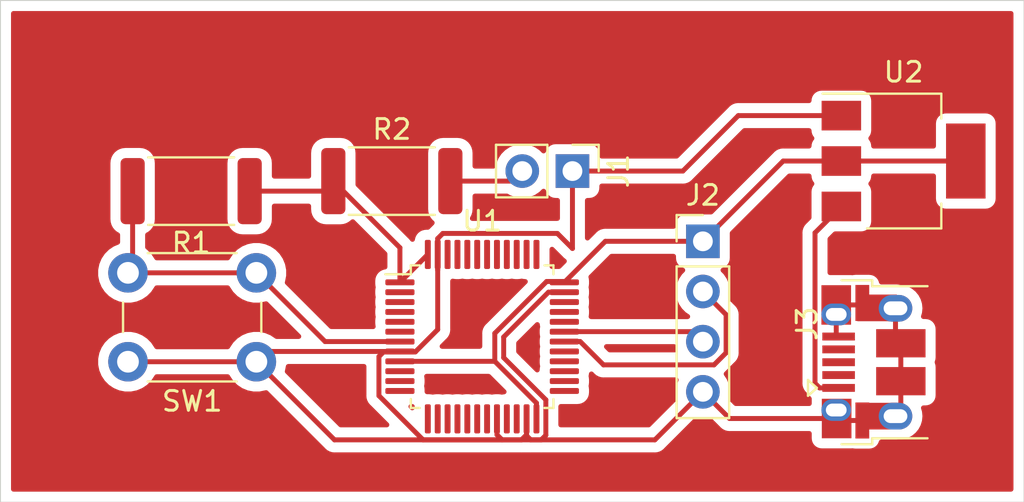
<source format=kicad_pcb>
(kicad_pcb (version 20171130) (host pcbnew "(5.1.9)-1")

  (general
    (thickness 1.6)
    (drawings 5)
    (tracks 92)
    (zones 0)
    (modules 8)
    (nets 46)
  )

  (page A4)
  (layers
    (0 F.Cu signal)
    (31 B.Cu signal)
    (32 B.Adhes user)
    (33 F.Adhes user)
    (34 B.Paste user)
    (35 F.Paste user)
    (36 B.SilkS user)
    (37 F.SilkS user)
    (38 B.Mask user)
    (39 F.Mask user)
    (40 Dwgs.User user)
    (41 Cmts.User user)
    (42 Eco1.User user)
    (43 Eco2.User user)
    (44 Edge.Cuts user)
    (45 Margin user)
    (46 B.CrtYd user)
    (47 F.CrtYd user)
    (48 B.Fab user)
    (49 F.Fab user)
  )

  (setup
    (last_trace_width 0.25)
    (user_trace_width 1.2)
    (trace_clearance 0.2)
    (zone_clearance 0.508)
    (zone_45_only no)
    (trace_min 0.2)
    (via_size 0.8)
    (via_drill 0.4)
    (via_min_size 0.4)
    (via_min_drill 0.3)
    (uvia_size 0.3)
    (uvia_drill 0.1)
    (uvias_allowed no)
    (uvia_min_size 0.2)
    (uvia_min_drill 0.1)
    (edge_width 0.05)
    (segment_width 0.2)
    (pcb_text_width 0.3)
    (pcb_text_size 1.5 1.5)
    (mod_edge_width 0.12)
    (mod_text_size 1 1)
    (mod_text_width 0.15)
    (pad_size 1.524 1.524)
    (pad_drill 0.762)
    (pad_to_mask_clearance 0)
    (aux_axis_origin 0 0)
    (visible_elements FFFFFF7F)
    (pcbplotparams
      (layerselection 0x010fc_ffffffff)
      (usegerberextensions false)
      (usegerberattributes true)
      (usegerberadvancedattributes true)
      (creategerberjobfile true)
      (excludeedgelayer true)
      (linewidth 0.100000)
      (plotframeref false)
      (viasonmask false)
      (mode 1)
      (useauxorigin false)
      (hpglpennumber 1)
      (hpglpenspeed 20)
      (hpglpendiameter 15.000000)
      (psnegative false)
      (psa4output false)
      (plotreference true)
      (plotvalue true)
      (plotinvisibletext false)
      (padsonsilk false)
      (subtractmaskfromsilk false)
      (outputformat 1)
      (mirror false)
      (drillshape 1)
      (scaleselection 1)
      (outputdirectory ""))
  )

  (net 0 "")
  (net 1 GND)
  (net 2 VDD)
  (net 3 "Net-(J3-Pad1)")
  (net 4 "Net-(J3-Pad2)")
  (net 5 "Net-(J3-Pad3)")
  (net 6 "Net-(J3-Pad4)")
  (net 7 "Net-(R1-Pad2)")
  (net 8 /BOOT0)
  (net 9 "Net-(U1-Pad2)")
  (net 10 "Net-(U1-Pad3)")
  (net 11 "Net-(U1-Pad4)")
  (net 12 "Net-(U1-Pad5)")
  (net 13 "Net-(U1-Pad6)")
  (net 14 "Net-(U1-Pad10)")
  (net 15 "Net-(U1-Pad11)")
  (net 16 "Net-(U1-Pad12)")
  (net 17 "Net-(U1-Pad13)")
  (net 18 "Net-(U1-Pad14)")
  (net 19 "Net-(U1-Pad15)")
  (net 20 "Net-(U1-Pad16)")
  (net 21 "Net-(U1-Pad17)")
  (net 22 "Net-(U1-Pad18)")
  (net 23 "Net-(U1-Pad19)")
  (net 24 "Net-(U1-Pad21)")
  (net 25 "Net-(U1-Pad22)")
  (net 26 "Net-(U1-Pad25)")
  (net 27 "Net-(U1-Pad26)")
  (net 28 "Net-(U1-Pad27)")
  (net 29 "Net-(U1-Pad28)")
  (net 30 "Net-(U1-Pad29)")
  (net 31 "Net-(J2-Pad2)")
  (net 32 "Net-(J2-Pad3)")
  (net 33 "Net-(U1-Pad32)")
  (net 34 "Net-(U1-Pad33)")
  (net 35 "Net-(U1-Pad34)")
  (net 36 "Net-(U1-Pad37)")
  (net 37 "Net-(U1-Pad38)")
  (net 38 "Net-(U1-Pad39)")
  (net 39 "Net-(U1-Pad40)")
  (net 40 "Net-(U1-Pad41)")
  (net 41 "Net-(U1-Pad42)")
  (net 42 "Net-(U1-Pad43)")
  (net 43 "Net-(U1-Pad44)")
  (net 44 "Net-(U1-Pad45)")
  (net 45 "Net-(U1-Pad46)")

  (net_class Default "This is the default net class."
    (clearance 0.2)
    (trace_width 0.25)
    (via_dia 0.8)
    (via_drill 0.4)
    (uvia_dia 0.3)
    (uvia_drill 0.1)
    (add_net /BOOT0)
    (add_net GND)
    (add_net "Net-(J2-Pad2)")
    (add_net "Net-(J2-Pad3)")
    (add_net "Net-(J3-Pad1)")
    (add_net "Net-(J3-Pad2)")
    (add_net "Net-(J3-Pad3)")
    (add_net "Net-(J3-Pad4)")
    (add_net "Net-(R1-Pad2)")
    (add_net "Net-(U1-Pad10)")
    (add_net "Net-(U1-Pad11)")
    (add_net "Net-(U1-Pad12)")
    (add_net "Net-(U1-Pad13)")
    (add_net "Net-(U1-Pad14)")
    (add_net "Net-(U1-Pad15)")
    (add_net "Net-(U1-Pad16)")
    (add_net "Net-(U1-Pad17)")
    (add_net "Net-(U1-Pad18)")
    (add_net "Net-(U1-Pad19)")
    (add_net "Net-(U1-Pad2)")
    (add_net "Net-(U1-Pad21)")
    (add_net "Net-(U1-Pad22)")
    (add_net "Net-(U1-Pad25)")
    (add_net "Net-(U1-Pad26)")
    (add_net "Net-(U1-Pad27)")
    (add_net "Net-(U1-Pad28)")
    (add_net "Net-(U1-Pad29)")
    (add_net "Net-(U1-Pad3)")
    (add_net "Net-(U1-Pad32)")
    (add_net "Net-(U1-Pad33)")
    (add_net "Net-(U1-Pad34)")
    (add_net "Net-(U1-Pad37)")
    (add_net "Net-(U1-Pad38)")
    (add_net "Net-(U1-Pad39)")
    (add_net "Net-(U1-Pad4)")
    (add_net "Net-(U1-Pad40)")
    (add_net "Net-(U1-Pad41)")
    (add_net "Net-(U1-Pad42)")
    (add_net "Net-(U1-Pad43)")
    (add_net "Net-(U1-Pad44)")
    (add_net "Net-(U1-Pad45)")
    (add_net "Net-(U1-Pad46)")
    (add_net "Net-(U1-Pad5)")
    (add_net "Net-(U1-Pad6)")
    (add_net VDD)
  )

  (module Connector_PinHeader_2.54mm:PinHeader_1x02_P2.54mm_Vertical (layer F.Cu) (tedit 59FED5CC) (tstamp 604ACF72)
    (at 116.332 81.788 270)
    (descr "Through hole straight pin header, 1x02, 2.54mm pitch, single row")
    (tags "Through hole pin header THT 1x02 2.54mm single row")
    (path /604C14AF)
    (fp_text reference J1 (at 0 -2.33 90) (layer F.SilkS)
      (effects (font (size 1 1) (thickness 0.15)))
    )
    (fp_text value Conn_01x02_Female (at 0 4.87 90) (layer F.Fab)
      (effects (font (size 1 1) (thickness 0.15)))
    )
    (fp_line (start 1.8 -1.8) (end -1.8 -1.8) (layer F.CrtYd) (width 0.05))
    (fp_line (start 1.8 4.35) (end 1.8 -1.8) (layer F.CrtYd) (width 0.05))
    (fp_line (start -1.8 4.35) (end 1.8 4.35) (layer F.CrtYd) (width 0.05))
    (fp_line (start -1.8 -1.8) (end -1.8 4.35) (layer F.CrtYd) (width 0.05))
    (fp_line (start -1.33 -1.33) (end 0 -1.33) (layer F.SilkS) (width 0.12))
    (fp_line (start -1.33 0) (end -1.33 -1.33) (layer F.SilkS) (width 0.12))
    (fp_line (start -1.33 1.27) (end 1.33 1.27) (layer F.SilkS) (width 0.12))
    (fp_line (start 1.33 1.27) (end 1.33 3.87) (layer F.SilkS) (width 0.12))
    (fp_line (start -1.33 1.27) (end -1.33 3.87) (layer F.SilkS) (width 0.12))
    (fp_line (start -1.33 3.87) (end 1.33 3.87) (layer F.SilkS) (width 0.12))
    (fp_line (start -1.27 -0.635) (end -0.635 -1.27) (layer F.Fab) (width 0.1))
    (fp_line (start -1.27 3.81) (end -1.27 -0.635) (layer F.Fab) (width 0.1))
    (fp_line (start 1.27 3.81) (end -1.27 3.81) (layer F.Fab) (width 0.1))
    (fp_line (start 1.27 -1.27) (end 1.27 3.81) (layer F.Fab) (width 0.1))
    (fp_line (start -0.635 -1.27) (end 1.27 -1.27) (layer F.Fab) (width 0.1))
    (fp_text user %R (at 0 1.27) (layer F.Fab)
      (effects (font (size 1 1) (thickness 0.15)))
    )
    (pad 1 thru_hole rect (at 0 0 270) (size 1.7 1.7) (drill 1) (layers *.Cu *.Mask)
      (net 1 GND))
    (pad 2 thru_hole oval (at 0 2.54 270) (size 1.7 1.7) (drill 1) (layers *.Cu *.Mask)
      (net 8 /BOOT0))
    (model ${KISYS3DMOD}/Connector_PinHeader_2.54mm.3dshapes/PinHeader_1x02_P2.54mm_Vertical.wrl
      (at (xyz 0 0 0))
      (scale (xyz 1 1 1))
      (rotate (xyz 0 0 0))
    )
  )

  (module Connector_PinHeader_2.54mm:PinHeader_1x04_P2.54mm_Vertical (layer F.Cu) (tedit 59FED5CC) (tstamp 604ACF8A)
    (at 122.936 85.344)
    (descr "Through hole straight pin header, 1x04, 2.54mm pitch, single row")
    (tags "Through hole pin header THT 1x04 2.54mm single row")
    (path /604C2D2C)
    (fp_text reference J2 (at 0 -2.33) (layer F.SilkS)
      (effects (font (size 1 1) (thickness 0.15)))
    )
    (fp_text value Conn_01x04_Female (at 0 9.95) (layer F.Fab)
      (effects (font (size 1 1) (thickness 0.15)))
    )
    (fp_line (start 1.8 -1.8) (end -1.8 -1.8) (layer F.CrtYd) (width 0.05))
    (fp_line (start 1.8 9.4) (end 1.8 -1.8) (layer F.CrtYd) (width 0.05))
    (fp_line (start -1.8 9.4) (end 1.8 9.4) (layer F.CrtYd) (width 0.05))
    (fp_line (start -1.8 -1.8) (end -1.8 9.4) (layer F.CrtYd) (width 0.05))
    (fp_line (start -1.33 -1.33) (end 0 -1.33) (layer F.SilkS) (width 0.12))
    (fp_line (start -1.33 0) (end -1.33 -1.33) (layer F.SilkS) (width 0.12))
    (fp_line (start -1.33 1.27) (end 1.33 1.27) (layer F.SilkS) (width 0.12))
    (fp_line (start 1.33 1.27) (end 1.33 8.95) (layer F.SilkS) (width 0.12))
    (fp_line (start -1.33 1.27) (end -1.33 8.95) (layer F.SilkS) (width 0.12))
    (fp_line (start -1.33 8.95) (end 1.33 8.95) (layer F.SilkS) (width 0.12))
    (fp_line (start -1.27 -0.635) (end -0.635 -1.27) (layer F.Fab) (width 0.1))
    (fp_line (start -1.27 8.89) (end -1.27 -0.635) (layer F.Fab) (width 0.1))
    (fp_line (start 1.27 8.89) (end -1.27 8.89) (layer F.Fab) (width 0.1))
    (fp_line (start 1.27 -1.27) (end 1.27 8.89) (layer F.Fab) (width 0.1))
    (fp_line (start -0.635 -1.27) (end 1.27 -1.27) (layer F.Fab) (width 0.1))
    (fp_text user %R (at 0 3.81 90) (layer F.Fab)
      (effects (font (size 1 1) (thickness 0.15)))
    )
    (pad 1 thru_hole rect (at 0 0) (size 1.7 1.7) (drill 1) (layers *.Cu *.Mask)
      (net 2 VDD))
    (pad 2 thru_hole oval (at 0 2.54) (size 1.7 1.7) (drill 1) (layers *.Cu *.Mask)
      (net 31 "Net-(J2-Pad2)"))
    (pad 3 thru_hole oval (at 0 5.08) (size 1.7 1.7) (drill 1) (layers *.Cu *.Mask)
      (net 32 "Net-(J2-Pad3)"))
    (pad 4 thru_hole oval (at 0 7.62) (size 1.7 1.7) (drill 1) (layers *.Cu *.Mask)
      (net 1 GND))
    (model ${KISYS3DMOD}/Connector_PinHeader_2.54mm.3dshapes/PinHeader_1x04_P2.54mm_Vertical.wrl
      (at (xyz 0 0 0))
      (scale (xyz 1 1 1))
      (rotate (xyz 0 0 0))
    )
  )

  (module Connector_USB:USB_Micro-B_Amphenol_10103594-0001LF_Horizontal (layer F.Cu) (tedit 5A1DC0BD) (tstamp 604ACFB4)
    (at 131.572 91.44 90)
    (descr "Micro USB Type B 10103594-0001LF, http://cdn.amphenol-icc.com/media/wysiwyg/files/drawing/10103594.pdf")
    (tags "USB USB_B USB_micro USB_OTG")
    (path /604AFB10)
    (attr smd)
    (fp_text reference J3 (at 1.925 -3.365 90) (layer F.SilkS)
      (effects (font (size 1 1) (thickness 0.15)))
    )
    (fp_text value USB_B_Micro (at -0.025 4.435 90) (layer F.Fab)
      (effects (font (size 1 1) (thickness 0.15)))
    )
    (fp_line (start 4.14 3.58) (end -4.13 3.58) (layer F.CrtYd) (width 0.05))
    (fp_line (start 4.14 3.58) (end 4.14 -2.88) (layer F.CrtYd) (width 0.05))
    (fp_line (start -4.13 -2.88) (end -4.13 3.58) (layer F.CrtYd) (width 0.05))
    (fp_line (start -4.13 -2.88) (end 4.14 -2.88) (layer F.CrtYd) (width 0.05))
    (fp_line (start -4.025 2.835) (end 3.975 2.835) (layer Dwgs.User) (width 0.1))
    (fp_line (start -3.775 3.335) (end -3.775 -0.865) (layer F.Fab) (width 0.12))
    (fp_line (start -2.975 -1.615) (end 3.725 -1.615) (layer F.Fab) (width 0.12))
    (fp_line (start 3.725 -1.615) (end 3.725 3.335) (layer F.Fab) (width 0.12))
    (fp_line (start 3.725 3.335) (end -3.775 3.335) (layer F.Fab) (width 0.12))
    (fp_line (start -3.775 -0.865) (end -2.975 -1.615) (layer F.Fab) (width 0.12))
    (fp_line (start -1.325 -2.865) (end -1.725 -3.315) (layer F.SilkS) (width 0.12))
    (fp_line (start -1.725 -3.315) (end -0.925 -3.315) (layer F.SilkS) (width 0.12))
    (fp_line (start -0.925 -3.315) (end -1.325 -2.865) (layer F.SilkS) (width 0.12))
    (fp_line (start 3.825 2.735) (end 3.825 -0.065) (layer F.SilkS) (width 0.12))
    (fp_line (start 3.825 -0.065) (end 4.125 -0.065) (layer F.SilkS) (width 0.12))
    (fp_line (start 4.125 -0.065) (end 4.125 -1.615) (layer F.SilkS) (width 0.12))
    (fp_line (start -3.875 2.735) (end -3.875 -0.065) (layer F.SilkS) (width 0.12))
    (fp_line (start -4.175 -0.065) (end -3.875 -0.065) (layer F.SilkS) (width 0.12))
    (fp_line (start -4.175 -0.065) (end -4.175 -1.615) (layer F.SilkS) (width 0.12))
    (fp_text user "PCB edge" (at -0.025 2.235 90) (layer Dwgs.User)
      (effects (font (size 0.5 0.5) (thickness 0.075)))
    )
    (fp_text user %R (at -0.025 -0.015 90) (layer F.Fab)
      (effects (font (size 1 1) (thickness 0.15)))
    )
    (pad 6 smd rect (at 2.725 0.185 90) (size 1.35 2) (layers F.Cu F.Paste F.Mask)
      (net 1 GND))
    (pad 6 smd rect (at -2.755 0.185 90) (size 1.35 2) (layers F.Cu F.Paste F.Mask)
      (net 1 GND))
    (pad 6 smd rect (at -2.975 -0.565 90) (size 1.825 0.7) (layers F.Cu F.Paste F.Mask)
      (net 1 GND))
    (pad 6 smd rect (at 2.975 -0.565 90) (size 1.825 0.7) (layers F.Cu F.Paste F.Mask)
      (net 1 GND))
    (pad 6 smd rect (at -2.875 -1.865 90) (size 2 1.5) (layers F.Cu F.Paste F.Mask)
      (net 1 GND))
    (pad 6 smd rect (at 2.875 -1.885 90) (size 2 1.5) (layers F.Cu F.Paste F.Mask)
      (net 1 GND))
    (pad 1 smd rect (at -1.325 -1.765 180) (size 1.65 0.4) (layers F.Cu F.Paste F.Mask)
      (net 3 "Net-(J3-Pad1)"))
    (pad 2 smd rect (at -0.675 -1.765 180) (size 1.65 0.4) (layers F.Cu F.Paste F.Mask)
      (net 4 "Net-(J3-Pad2)"))
    (pad 3 smd rect (at -0.025 -1.765 180) (size 1.65 0.4) (layers F.Cu F.Paste F.Mask)
      (net 5 "Net-(J3-Pad3)"))
    (pad 4 smd rect (at 0.625 -1.765 180) (size 1.65 0.4) (layers F.Cu F.Paste F.Mask)
      (net 6 "Net-(J3-Pad4)"))
    (pad 5 smd rect (at 1.275 -1.765 180) (size 1.65 0.4) (layers F.Cu F.Paste F.Mask)
      (net 1 GND))
    (pad 6 thru_hole oval (at -2.445 -1.885 180) (size 1.5 1.1) (drill oval 1.05 0.65) (layers *.Cu *.Mask)
      (net 1 GND))
    (pad 6 thru_hole oval (at 2.395 -1.885 180) (size 1.5 1.1) (drill oval 1.05 0.65) (layers *.Cu *.Mask)
      (net 1 GND))
    (pad 6 thru_hole oval (at -2.755 1.115 180) (size 1.7 1.35) (drill oval 1.2 0.7) (layers *.Cu *.Mask)
      (net 1 GND))
    (pad 6 thru_hole oval (at 2.705 1.115 180) (size 1.7 1.35) (drill oval 1.2 0.7) (layers *.Cu *.Mask)
      (net 1 GND))
    (pad 6 smd rect (at -0.985 1.385 180) (size 2.5 1.43) (layers F.Cu F.Paste F.Mask)
      (net 1 GND))
    (pad 6 smd rect (at 0.935 1.385 180) (size 2.5 1.43) (layers F.Cu F.Paste F.Mask)
      (net 1 GND))
    (model ${KISYS3DMOD}/Connector_USB.3dshapes/USB_Micro-B_Amphenol_10103594-0001LF_Horizontal.wrl
      (at (xyz 0 0 0))
      (scale (xyz 1 1 1))
      (rotate (xyz 0 0 0))
    )
  )

  (module Resistor_SMD:R_2512_6332Metric (layer F.Cu) (tedit 5F68FEEE) (tstamp 604ACFC5)
    (at 97.028 82.804 180)
    (descr "Resistor SMD 2512 (6332 Metric), square (rectangular) end terminal, IPC_7351 nominal, (Body size source: IPC-SM-782 page 72, https://www.pcb-3d.com/wordpress/wp-content/uploads/ipc-sm-782a_amendment_1_and_2.pdf), generated with kicad-footprint-generator")
    (tags resistor)
    (path /604AA8B1)
    (attr smd)
    (fp_text reference R1 (at 0 -2.62) (layer F.SilkS)
      (effects (font (size 1 1) (thickness 0.15)))
    )
    (fp_text value 4k7 (at 0 2.62) (layer F.Fab)
      (effects (font (size 1 1) (thickness 0.15)))
    )
    (fp_line (start 3.82 1.92) (end -3.82 1.92) (layer F.CrtYd) (width 0.05))
    (fp_line (start 3.82 -1.92) (end 3.82 1.92) (layer F.CrtYd) (width 0.05))
    (fp_line (start -3.82 -1.92) (end 3.82 -1.92) (layer F.CrtYd) (width 0.05))
    (fp_line (start -3.82 1.92) (end -3.82 -1.92) (layer F.CrtYd) (width 0.05))
    (fp_line (start -2.177064 1.71) (end 2.177064 1.71) (layer F.SilkS) (width 0.12))
    (fp_line (start -2.177064 -1.71) (end 2.177064 -1.71) (layer F.SilkS) (width 0.12))
    (fp_line (start 3.15 1.6) (end -3.15 1.6) (layer F.Fab) (width 0.1))
    (fp_line (start 3.15 -1.6) (end 3.15 1.6) (layer F.Fab) (width 0.1))
    (fp_line (start -3.15 -1.6) (end 3.15 -1.6) (layer F.Fab) (width 0.1))
    (fp_line (start -3.15 1.6) (end -3.15 -1.6) (layer F.Fab) (width 0.1))
    (fp_text user %R (at 0 0) (layer F.Fab)
      (effects (font (size 1 1) (thickness 0.15)))
    )
    (pad 1 smd roundrect (at -2.9625 0 180) (size 1.225 3.35) (layers F.Cu F.Paste F.Mask) (roundrect_rratio 0.204082)
      (net 2 VDD))
    (pad 2 smd roundrect (at 2.9625 0 180) (size 1.225 3.35) (layers F.Cu F.Paste F.Mask) (roundrect_rratio 0.204082)
      (net 7 "Net-(R1-Pad2)"))
    (model ${KISYS3DMOD}/Resistor_SMD.3dshapes/R_2512_6332Metric.wrl
      (at (xyz 0 0 0))
      (scale (xyz 1 1 1))
      (rotate (xyz 0 0 0))
    )
  )

  (module Resistor_SMD:R_2512_6332Metric (layer F.Cu) (tedit 5F68FEEE) (tstamp 604AD524)
    (at 107.188 82.296)
    (descr "Resistor SMD 2512 (6332 Metric), square (rectangular) end terminal, IPC_7351 nominal, (Body size source: IPC-SM-782 page 72, https://www.pcb-3d.com/wordpress/wp-content/uploads/ipc-sm-782a_amendment_1_and_2.pdf), generated with kicad-footprint-generator")
    (tags resistor)
    (path /604AB027)
    (attr smd)
    (fp_text reference R2 (at 0 -2.62) (layer F.SilkS)
      (effects (font (size 1 1) (thickness 0.15)))
    )
    (fp_text value 4k7 (at 0 2.62) (layer F.Fab)
      (effects (font (size 1 1) (thickness 0.15)))
    )
    (fp_text user %R (at 0 -0.035001) (layer F.Fab)
      (effects (font (size 1 1) (thickness 0.15)))
    )
    (fp_line (start -3.15 1.6) (end -3.15 -1.6) (layer F.Fab) (width 0.1))
    (fp_line (start -3.15 -1.6) (end 3.15 -1.6) (layer F.Fab) (width 0.1))
    (fp_line (start 3.15 -1.6) (end 3.15 1.6) (layer F.Fab) (width 0.1))
    (fp_line (start 3.15 1.6) (end -3.15 1.6) (layer F.Fab) (width 0.1))
    (fp_line (start -2.177064 -1.71) (end 2.177064 -1.71) (layer F.SilkS) (width 0.12))
    (fp_line (start -2.177064 1.71) (end 2.177064 1.71) (layer F.SilkS) (width 0.12))
    (fp_line (start -3.82 1.92) (end -3.82 -1.92) (layer F.CrtYd) (width 0.05))
    (fp_line (start -3.82 -1.92) (end 3.82 -1.92) (layer F.CrtYd) (width 0.05))
    (fp_line (start 3.82 -1.92) (end 3.82 1.92) (layer F.CrtYd) (width 0.05))
    (fp_line (start 3.82 1.92) (end -3.82 1.92) (layer F.CrtYd) (width 0.05))
    (pad 2 smd roundrect (at 2.9625 0) (size 1.225 3.35) (layers F.Cu F.Paste F.Mask) (roundrect_rratio 0.204082)
      (net 8 /BOOT0))
    (pad 1 smd roundrect (at -2.9625 0) (size 1.225 3.35) (layers F.Cu F.Paste F.Mask) (roundrect_rratio 0.204082)
      (net 2 VDD))
    (model ${KISYS3DMOD}/Resistor_SMD.3dshapes/R_2512_6332Metric.wrl
      (at (xyz 0 0 0))
      (scale (xyz 1 1 1))
      (rotate (xyz 0 0 0))
    )
  )

  (module Button_Switch_THT:SW_PUSH_6mm_H4.3mm (layer F.Cu) (tedit 5A02FE31) (tstamp 604ACFF5)
    (at 100.33 91.44 180)
    (descr "tactile push button, 6x6mm e.g. PHAP33xx series, height=4.3mm")
    (tags "tact sw push 6mm")
    (path /604A9EAB)
    (fp_text reference SW1 (at 3.25 -2) (layer F.SilkS)
      (effects (font (size 1 1) (thickness 0.15)))
    )
    (fp_text value SW_Push (at 3.75 6.7) (layer F.Fab)
      (effects (font (size 1 1) (thickness 0.15)))
    )
    (fp_circle (center 3.25 2.25) (end 1.25 2.5) (layer F.Fab) (width 0.1))
    (fp_line (start 6.75 3) (end 6.75 1.5) (layer F.SilkS) (width 0.12))
    (fp_line (start 5.5 -1) (end 1 -1) (layer F.SilkS) (width 0.12))
    (fp_line (start -0.25 1.5) (end -0.25 3) (layer F.SilkS) (width 0.12))
    (fp_line (start 1 5.5) (end 5.5 5.5) (layer F.SilkS) (width 0.12))
    (fp_line (start 8 -1.25) (end 8 5.75) (layer F.CrtYd) (width 0.05))
    (fp_line (start 7.75 6) (end -1.25 6) (layer F.CrtYd) (width 0.05))
    (fp_line (start -1.5 5.75) (end -1.5 -1.25) (layer F.CrtYd) (width 0.05))
    (fp_line (start -1.25 -1.5) (end 7.75 -1.5) (layer F.CrtYd) (width 0.05))
    (fp_line (start -1.5 6) (end -1.25 6) (layer F.CrtYd) (width 0.05))
    (fp_line (start -1.5 5.75) (end -1.5 6) (layer F.CrtYd) (width 0.05))
    (fp_line (start -1.5 -1.5) (end -1.25 -1.5) (layer F.CrtYd) (width 0.05))
    (fp_line (start -1.5 -1.25) (end -1.5 -1.5) (layer F.CrtYd) (width 0.05))
    (fp_line (start 8 -1.5) (end 8 -1.25) (layer F.CrtYd) (width 0.05))
    (fp_line (start 7.75 -1.5) (end 8 -1.5) (layer F.CrtYd) (width 0.05))
    (fp_line (start 8 6) (end 8 5.75) (layer F.CrtYd) (width 0.05))
    (fp_line (start 7.75 6) (end 8 6) (layer F.CrtYd) (width 0.05))
    (fp_line (start 0.25 -0.75) (end 3.25 -0.75) (layer F.Fab) (width 0.1))
    (fp_line (start 0.25 5.25) (end 0.25 -0.75) (layer F.Fab) (width 0.1))
    (fp_line (start 6.25 5.25) (end 0.25 5.25) (layer F.Fab) (width 0.1))
    (fp_line (start 6.25 -0.75) (end 6.25 5.25) (layer F.Fab) (width 0.1))
    (fp_line (start 3.25 -0.75) (end 6.25 -0.75) (layer F.Fab) (width 0.1))
    (fp_text user %R (at 3.25 2.25) (layer F.Fab)
      (effects (font (size 1 1) (thickness 0.15)))
    )
    (pad 2 thru_hole circle (at 0 4.5 270) (size 2 2) (drill 1.1) (layers *.Cu *.Mask)
      (net 7 "Net-(R1-Pad2)"))
    (pad 1 thru_hole circle (at 0 0 270) (size 2 2) (drill 1.1) (layers *.Cu *.Mask)
      (net 1 GND))
    (pad 2 thru_hole circle (at 6.5 4.5 270) (size 2 2) (drill 1.1) (layers *.Cu *.Mask)
      (net 7 "Net-(R1-Pad2)"))
    (pad 1 thru_hole circle (at 6.5 0 270) (size 2 2) (drill 1.1) (layers *.Cu *.Mask)
      (net 1 GND))
    (model ${KISYS3DMOD}/Button_Switch_THT.3dshapes/SW_PUSH_6mm_H4.3mm.wrl
      (at (xyz 0 0 0))
      (scale (xyz 1 1 1))
      (rotate (xyz 0 0 0))
    )
  )

  (module Package_QFP:LQFP-48_7x7mm_P0.5mm (layer F.Cu) (tedit 5D9F72AF) (tstamp 604AD050)
    (at 111.76 90.17)
    (descr "LQFP, 48 Pin (https://www.analog.com/media/en/technical-documentation/data-sheets/ltc2358-16.pdf), generated with kicad-footprint-generator ipc_gullwing_generator.py")
    (tags "LQFP QFP")
    (path /604A4761)
    (attr smd)
    (fp_text reference U1 (at 0 -5.85) (layer F.SilkS)
      (effects (font (size 1 1) (thickness 0.15)))
    )
    (fp_text value STM32F103C8Tx (at 0 5.85) (layer F.Fab)
      (effects (font (size 1 1) (thickness 0.15)))
    )
    (fp_line (start 5.15 3.15) (end 5.15 0) (layer F.CrtYd) (width 0.05))
    (fp_line (start 3.75 3.15) (end 5.15 3.15) (layer F.CrtYd) (width 0.05))
    (fp_line (start 3.75 3.75) (end 3.75 3.15) (layer F.CrtYd) (width 0.05))
    (fp_line (start 3.15 3.75) (end 3.75 3.75) (layer F.CrtYd) (width 0.05))
    (fp_line (start 3.15 5.15) (end 3.15 3.75) (layer F.CrtYd) (width 0.05))
    (fp_line (start 0 5.15) (end 3.15 5.15) (layer F.CrtYd) (width 0.05))
    (fp_line (start -5.15 3.15) (end -5.15 0) (layer F.CrtYd) (width 0.05))
    (fp_line (start -3.75 3.15) (end -5.15 3.15) (layer F.CrtYd) (width 0.05))
    (fp_line (start -3.75 3.75) (end -3.75 3.15) (layer F.CrtYd) (width 0.05))
    (fp_line (start -3.15 3.75) (end -3.75 3.75) (layer F.CrtYd) (width 0.05))
    (fp_line (start -3.15 5.15) (end -3.15 3.75) (layer F.CrtYd) (width 0.05))
    (fp_line (start 0 5.15) (end -3.15 5.15) (layer F.CrtYd) (width 0.05))
    (fp_line (start 5.15 -3.15) (end 5.15 0) (layer F.CrtYd) (width 0.05))
    (fp_line (start 3.75 -3.15) (end 5.15 -3.15) (layer F.CrtYd) (width 0.05))
    (fp_line (start 3.75 -3.75) (end 3.75 -3.15) (layer F.CrtYd) (width 0.05))
    (fp_line (start 3.15 -3.75) (end 3.75 -3.75) (layer F.CrtYd) (width 0.05))
    (fp_line (start 3.15 -5.15) (end 3.15 -3.75) (layer F.CrtYd) (width 0.05))
    (fp_line (start 0 -5.15) (end 3.15 -5.15) (layer F.CrtYd) (width 0.05))
    (fp_line (start -5.15 -3.15) (end -5.15 0) (layer F.CrtYd) (width 0.05))
    (fp_line (start -3.75 -3.15) (end -5.15 -3.15) (layer F.CrtYd) (width 0.05))
    (fp_line (start -3.75 -3.75) (end -3.75 -3.15) (layer F.CrtYd) (width 0.05))
    (fp_line (start -3.15 -3.75) (end -3.75 -3.75) (layer F.CrtYd) (width 0.05))
    (fp_line (start -3.15 -5.15) (end -3.15 -3.75) (layer F.CrtYd) (width 0.05))
    (fp_line (start 0 -5.15) (end -3.15 -5.15) (layer F.CrtYd) (width 0.05))
    (fp_line (start -3.5 -2.5) (end -2.5 -3.5) (layer F.Fab) (width 0.1))
    (fp_line (start -3.5 3.5) (end -3.5 -2.5) (layer F.Fab) (width 0.1))
    (fp_line (start 3.5 3.5) (end -3.5 3.5) (layer F.Fab) (width 0.1))
    (fp_line (start 3.5 -3.5) (end 3.5 3.5) (layer F.Fab) (width 0.1))
    (fp_line (start -2.5 -3.5) (end 3.5 -3.5) (layer F.Fab) (width 0.1))
    (fp_line (start -3.61 -3.16) (end -4.9 -3.16) (layer F.SilkS) (width 0.12))
    (fp_line (start -3.61 -3.61) (end -3.61 -3.16) (layer F.SilkS) (width 0.12))
    (fp_line (start -3.16 -3.61) (end -3.61 -3.61) (layer F.SilkS) (width 0.12))
    (fp_line (start 3.61 -3.61) (end 3.61 -3.16) (layer F.SilkS) (width 0.12))
    (fp_line (start 3.16 -3.61) (end 3.61 -3.61) (layer F.SilkS) (width 0.12))
    (fp_line (start -3.61 3.61) (end -3.61 3.16) (layer F.SilkS) (width 0.12))
    (fp_line (start -3.16 3.61) (end -3.61 3.61) (layer F.SilkS) (width 0.12))
    (fp_line (start 3.61 3.61) (end 3.61 3.16) (layer F.SilkS) (width 0.12))
    (fp_line (start 3.16 3.61) (end 3.61 3.61) (layer F.SilkS) (width 0.12))
    (fp_text user %R (at 0 0) (layer F.Fab)
      (effects (font (size 1 1) (thickness 0.15)))
    )
    (pad 1 smd roundrect (at -4.1625 -2.75) (size 1.475 0.3) (layers F.Cu F.Paste F.Mask) (roundrect_rratio 0.25)
      (net 2 VDD))
    (pad 2 smd roundrect (at -4.1625 -2.25) (size 1.475 0.3) (layers F.Cu F.Paste F.Mask) (roundrect_rratio 0.25)
      (net 9 "Net-(U1-Pad2)"))
    (pad 3 smd roundrect (at -4.1625 -1.75) (size 1.475 0.3) (layers F.Cu F.Paste F.Mask) (roundrect_rratio 0.25)
      (net 10 "Net-(U1-Pad3)"))
    (pad 4 smd roundrect (at -4.1625 -1.25) (size 1.475 0.3) (layers F.Cu F.Paste F.Mask) (roundrect_rratio 0.25)
      (net 11 "Net-(U1-Pad4)"))
    (pad 5 smd roundrect (at -4.1625 -0.75) (size 1.475 0.3) (layers F.Cu F.Paste F.Mask) (roundrect_rratio 0.25)
      (net 12 "Net-(U1-Pad5)"))
    (pad 6 smd roundrect (at -4.1625 -0.25) (size 1.475 0.3) (layers F.Cu F.Paste F.Mask) (roundrect_rratio 0.25)
      (net 13 "Net-(U1-Pad6)"))
    (pad 7 smd roundrect (at -4.1625 0.25) (size 1.475 0.3) (layers F.Cu F.Paste F.Mask) (roundrect_rratio 0.25)
      (net 7 "Net-(R1-Pad2)"))
    (pad 8 smd roundrect (at -4.1625 0.75) (size 1.475 0.3) (layers F.Cu F.Paste F.Mask) (roundrect_rratio 0.25)
      (net 1 GND))
    (pad 9 smd roundrect (at -4.1625 1.25) (size 1.475 0.3) (layers F.Cu F.Paste F.Mask) (roundrect_rratio 0.25)
      (net 2 VDD))
    (pad 10 smd roundrect (at -4.1625 1.75) (size 1.475 0.3) (layers F.Cu F.Paste F.Mask) (roundrect_rratio 0.25)
      (net 14 "Net-(U1-Pad10)"))
    (pad 11 smd roundrect (at -4.1625 2.25) (size 1.475 0.3) (layers F.Cu F.Paste F.Mask) (roundrect_rratio 0.25)
      (net 15 "Net-(U1-Pad11)"))
    (pad 12 smd roundrect (at -4.1625 2.75) (size 1.475 0.3) (layers F.Cu F.Paste F.Mask) (roundrect_rratio 0.25)
      (net 16 "Net-(U1-Pad12)"))
    (pad 13 smd roundrect (at -2.75 4.1625) (size 0.3 1.475) (layers F.Cu F.Paste F.Mask) (roundrect_rratio 0.25)
      (net 17 "Net-(U1-Pad13)"))
    (pad 14 smd roundrect (at -2.25 4.1625) (size 0.3 1.475) (layers F.Cu F.Paste F.Mask) (roundrect_rratio 0.25)
      (net 18 "Net-(U1-Pad14)"))
    (pad 15 smd roundrect (at -1.75 4.1625) (size 0.3 1.475) (layers F.Cu F.Paste F.Mask) (roundrect_rratio 0.25)
      (net 19 "Net-(U1-Pad15)"))
    (pad 16 smd roundrect (at -1.25 4.1625) (size 0.3 1.475) (layers F.Cu F.Paste F.Mask) (roundrect_rratio 0.25)
      (net 20 "Net-(U1-Pad16)"))
    (pad 17 smd roundrect (at -0.75 4.1625) (size 0.3 1.475) (layers F.Cu F.Paste F.Mask) (roundrect_rratio 0.25)
      (net 21 "Net-(U1-Pad17)"))
    (pad 18 smd roundrect (at -0.25 4.1625) (size 0.3 1.475) (layers F.Cu F.Paste F.Mask) (roundrect_rratio 0.25)
      (net 22 "Net-(U1-Pad18)"))
    (pad 19 smd roundrect (at 0.25 4.1625) (size 0.3 1.475) (layers F.Cu F.Paste F.Mask) (roundrect_rratio 0.25)
      (net 23 "Net-(U1-Pad19)"))
    (pad 20 smd roundrect (at 0.75 4.1625) (size 0.3 1.475) (layers F.Cu F.Paste F.Mask) (roundrect_rratio 0.25)
      (net 1 GND))
    (pad 21 smd roundrect (at 1.25 4.1625) (size 0.3 1.475) (layers F.Cu F.Paste F.Mask) (roundrect_rratio 0.25)
      (net 24 "Net-(U1-Pad21)"))
    (pad 22 smd roundrect (at 1.75 4.1625) (size 0.3 1.475) (layers F.Cu F.Paste F.Mask) (roundrect_rratio 0.25)
      (net 25 "Net-(U1-Pad22)"))
    (pad 23 smd roundrect (at 2.25 4.1625) (size 0.3 1.475) (layers F.Cu F.Paste F.Mask) (roundrect_rratio 0.25)
      (net 1 GND))
    (pad 24 smd roundrect (at 2.75 4.1625) (size 0.3 1.475) (layers F.Cu F.Paste F.Mask) (roundrect_rratio 0.25)
      (net 2 VDD))
    (pad 25 smd roundrect (at 4.1625 2.75) (size 1.475 0.3) (layers F.Cu F.Paste F.Mask) (roundrect_rratio 0.25)
      (net 26 "Net-(U1-Pad25)"))
    (pad 26 smd roundrect (at 4.1625 2.25) (size 1.475 0.3) (layers F.Cu F.Paste F.Mask) (roundrect_rratio 0.25)
      (net 27 "Net-(U1-Pad26)"))
    (pad 27 smd roundrect (at 4.1625 1.75) (size 1.475 0.3) (layers F.Cu F.Paste F.Mask) (roundrect_rratio 0.25)
      (net 28 "Net-(U1-Pad27)"))
    (pad 28 smd roundrect (at 4.1625 1.25) (size 1.475 0.3) (layers F.Cu F.Paste F.Mask) (roundrect_rratio 0.25)
      (net 29 "Net-(U1-Pad28)"))
    (pad 29 smd roundrect (at 4.1625 0.75) (size 1.475 0.3) (layers F.Cu F.Paste F.Mask) (roundrect_rratio 0.25)
      (net 30 "Net-(U1-Pad29)"))
    (pad 30 smd roundrect (at 4.1625 0.25) (size 1.475 0.3) (layers F.Cu F.Paste F.Mask) (roundrect_rratio 0.25)
      (net 31 "Net-(J2-Pad2)"))
    (pad 31 smd roundrect (at 4.1625 -0.25) (size 1.475 0.3) (layers F.Cu F.Paste F.Mask) (roundrect_rratio 0.25)
      (net 32 "Net-(J2-Pad3)"))
    (pad 32 smd roundrect (at 4.1625 -0.75) (size 1.475 0.3) (layers F.Cu F.Paste F.Mask) (roundrect_rratio 0.25)
      (net 33 "Net-(U1-Pad32)"))
    (pad 33 smd roundrect (at 4.1625 -1.25) (size 1.475 0.3) (layers F.Cu F.Paste F.Mask) (roundrect_rratio 0.25)
      (net 34 "Net-(U1-Pad33)"))
    (pad 34 smd roundrect (at 4.1625 -1.75) (size 1.475 0.3) (layers F.Cu F.Paste F.Mask) (roundrect_rratio 0.25)
      (net 35 "Net-(U1-Pad34)"))
    (pad 35 smd roundrect (at 4.1625 -2.25) (size 1.475 0.3) (layers F.Cu F.Paste F.Mask) (roundrect_rratio 0.25)
      (net 1 GND))
    (pad 36 smd roundrect (at 4.1625 -2.75) (size 1.475 0.3) (layers F.Cu F.Paste F.Mask) (roundrect_rratio 0.25)
      (net 2 VDD))
    (pad 37 smd roundrect (at 2.75 -4.1625) (size 0.3 1.475) (layers F.Cu F.Paste F.Mask) (roundrect_rratio 0.25)
      (net 36 "Net-(U1-Pad37)"))
    (pad 38 smd roundrect (at 2.25 -4.1625) (size 0.3 1.475) (layers F.Cu F.Paste F.Mask) (roundrect_rratio 0.25)
      (net 37 "Net-(U1-Pad38)"))
    (pad 39 smd roundrect (at 1.75 -4.1625) (size 0.3 1.475) (layers F.Cu F.Paste F.Mask) (roundrect_rratio 0.25)
      (net 38 "Net-(U1-Pad39)"))
    (pad 40 smd roundrect (at 1.25 -4.1625) (size 0.3 1.475) (layers F.Cu F.Paste F.Mask) (roundrect_rratio 0.25)
      (net 39 "Net-(U1-Pad40)"))
    (pad 41 smd roundrect (at 0.75 -4.1625) (size 0.3 1.475) (layers F.Cu F.Paste F.Mask) (roundrect_rratio 0.25)
      (net 40 "Net-(U1-Pad41)"))
    (pad 42 smd roundrect (at 0.25 -4.1625) (size 0.3 1.475) (layers F.Cu F.Paste F.Mask) (roundrect_rratio 0.25)
      (net 41 "Net-(U1-Pad42)"))
    (pad 43 smd roundrect (at -0.25 -4.1625) (size 0.3 1.475) (layers F.Cu F.Paste F.Mask) (roundrect_rratio 0.25)
      (net 42 "Net-(U1-Pad43)"))
    (pad 44 smd roundrect (at -0.75 -4.1625) (size 0.3 1.475) (layers F.Cu F.Paste F.Mask) (roundrect_rratio 0.25)
      (net 43 "Net-(U1-Pad44)"))
    (pad 45 smd roundrect (at -1.25 -4.1625) (size 0.3 1.475) (layers F.Cu F.Paste F.Mask) (roundrect_rratio 0.25)
      (net 44 "Net-(U1-Pad45)"))
    (pad 46 smd roundrect (at -1.75 -4.1625) (size 0.3 1.475) (layers F.Cu F.Paste F.Mask) (roundrect_rratio 0.25)
      (net 45 "Net-(U1-Pad46)"))
    (pad 47 smd roundrect (at -2.25 -4.1625) (size 0.3 1.475) (layers F.Cu F.Paste F.Mask) (roundrect_rratio 0.25)
      (net 1 GND))
    (pad 48 smd roundrect (at -2.75 -4.1625) (size 0.3 1.475) (layers F.Cu F.Paste F.Mask) (roundrect_rratio 0.25)
      (net 2 VDD))
    (model ${KISYS3DMOD}/Package_QFP.3dshapes/LQFP-48_7x7mm_P0.5mm.wrl
      (at (xyz 0 0 0))
      (scale (xyz 1 1 1))
      (rotate (xyz 0 0 0))
    )
  )

  (module Package_TO_SOT_SMD:SOT-223-3_TabPin2 (layer F.Cu) (tedit 5A02FF57) (tstamp 604AD066)
    (at 133.096 81.28)
    (descr "module CMS SOT223 4 pins")
    (tags "CMS SOT")
    (path /604B0C34)
    (attr smd)
    (fp_text reference U2 (at 0 -4.5) (layer F.SilkS)
      (effects (font (size 1 1) (thickness 0.15)))
    )
    (fp_text value AMS1117-3.3 (at 0 4.5) (layer F.Fab)
      (effects (font (size 1 1) (thickness 0.15)))
    )
    (fp_line (start 1.85 -3.35) (end 1.85 3.35) (layer F.Fab) (width 0.1))
    (fp_line (start -1.85 3.35) (end 1.85 3.35) (layer F.Fab) (width 0.1))
    (fp_line (start -4.1 -3.41) (end 1.91 -3.41) (layer F.SilkS) (width 0.12))
    (fp_line (start -0.85 -3.35) (end 1.85 -3.35) (layer F.Fab) (width 0.1))
    (fp_line (start -1.85 3.41) (end 1.91 3.41) (layer F.SilkS) (width 0.12))
    (fp_line (start -1.85 -2.35) (end -1.85 3.35) (layer F.Fab) (width 0.1))
    (fp_line (start -1.85 -2.35) (end -0.85 -3.35) (layer F.Fab) (width 0.1))
    (fp_line (start -4.4 -3.6) (end -4.4 3.6) (layer F.CrtYd) (width 0.05))
    (fp_line (start -4.4 3.6) (end 4.4 3.6) (layer F.CrtYd) (width 0.05))
    (fp_line (start 4.4 3.6) (end 4.4 -3.6) (layer F.CrtYd) (width 0.05))
    (fp_line (start 4.4 -3.6) (end -4.4 -3.6) (layer F.CrtYd) (width 0.05))
    (fp_line (start 1.91 -3.41) (end 1.91 -2.15) (layer F.SilkS) (width 0.12))
    (fp_line (start 1.91 3.41) (end 1.91 2.15) (layer F.SilkS) (width 0.12))
    (fp_text user %R (at 0 0 90) (layer F.Fab)
      (effects (font (size 0.8 0.8) (thickness 0.12)))
    )
    (pad 2 smd rect (at 3.15 0) (size 2 3.8) (layers F.Cu F.Paste F.Mask)
      (net 2 VDD))
    (pad 2 smd rect (at -3.15 0) (size 2 1.5) (layers F.Cu F.Paste F.Mask)
      (net 2 VDD))
    (pad 3 smd rect (at -3.15 2.3) (size 2 1.5) (layers F.Cu F.Paste F.Mask)
      (net 3 "Net-(J3-Pad1)"))
    (pad 1 smd rect (at -3.15 -2.3) (size 2 1.5) (layers F.Cu F.Paste F.Mask)
      (net 1 GND))
    (model ${KISYS3DMOD}/Package_TO_SOT_SMD.3dshapes/SOT-223.wrl
      (at (xyz 0 0 0))
      (scale (xyz 1 1 1))
      (rotate (xyz 0 0 0))
    )
  )

  (gr_line (start 139.192 98.552) (end 139.192 98.044) (layer Edge.Cuts) (width 0.05) (tstamp 604AE46C))
  (gr_line (start 87.376 98.552) (end 139.192 98.552) (layer Edge.Cuts) (width 0.05))
  (gr_line (start 87.376 73.152) (end 87.376 98.552) (layer Edge.Cuts) (width 0.05))
  (gr_line (start 139.192 73.152) (end 139.192 98.044) (layer Edge.Cuts) (width 0.05))
  (gr_line (start 87.376 73.152) (end 139.192 73.152) (layer Edge.Cuts) (width 0.05))

  (segment (start 93.83 91.44) (end 100.33 91.44) (width 0.25) (layer F.Cu) (net 1))
  (segment (start 100.85 90.92) (end 107.5975 90.92) (width 0.25) (layer F.Cu) (net 1))
  (segment (start 100.33 91.44) (end 100.85 90.92) (width 0.25) (layer F.Cu) (net 1))
  (segment (start 116.332 81.788) (end 116.332 85.707298) (width 0.25) (layer F.Cu) (net 1))
  (segment (start 109.51 86.810702) (end 109.51 86.0075) (width 0.25) (layer F.Cu) (net 1))
  (segment (start 107.6095 90.932) (end 107.5975 90.92) (width 0.25) (layer F.Cu) (net 1))
  (segment (start 108.388702 90.932) (end 107.6095 90.932) (width 0.25) (layer F.Cu) (net 1))
  (segment (start 109.51 89.810702) (end 108.388702 90.932) (width 0.25) (layer F.Cu) (net 1))
  (segment (start 109.51 86.0075) (end 109.51 89.810702) (width 0.25) (layer F.Cu) (net 1))
  (segment (start 114.01 95.135702) (end 114.01 94.3325) (width 0.25) (layer F.Cu) (net 1))
  (segment (start 113.750692 95.39501) (end 114.01 95.135702) (width 0.25) (layer F.Cu) (net 1))
  (segment (start 112.769308 95.39501) (end 113.750692 95.39501) (width 0.25) (layer F.Cu) (net 1))
  (segment (start 112.51 95.135702) (end 112.769308 95.39501) (width 0.25) (layer F.Cu) (net 1))
  (segment (start 112.51 94.3325) (end 112.51 95.135702) (width 0.25) (layer F.Cu) (net 1))
  (segment (start 104.28501 95.39501) (end 100.33 91.44) (width 0.25) (layer F.Cu) (net 1))
  (segment (start 112.769308 95.39501) (end 104.28501 95.39501) (width 0.25) (layer F.Cu) (net 1))
  (segment (start 129.946 78.98) (end 124.728 78.98) (width 0.25) (layer F.Cu) (net 1))
  (segment (start 121.92 81.788) (end 116.332 81.788) (width 0.25) (layer F.Cu) (net 1))
  (segment (start 124.728 78.98) (end 121.92 81.788) (width 0.25) (layer F.Cu) (net 1))
  (segment (start 132.687 90.235) (end 132.957 90.505) (width 0.25) (layer F.Cu) (net 1))
  (segment (start 132.687 88.735) (end 132.687 90.235) (width 0.25) (layer F.Cu) (net 1))
  (segment (start 132.957 90.505) (end 132.957 92.425) (width 0.25) (layer F.Cu) (net 1))
  (segment (start 132.957 93.925) (end 132.687 94.195) (width 0.25) (layer F.Cu) (net 1))
  (segment (start 132.957 92.425) (end 132.957 93.925) (width 0.25) (layer F.Cu) (net 1))
  (segment (start 131.227 94.195) (end 131.007 94.415) (width 0.25) (layer F.Cu) (net 1))
  (segment (start 132.687 94.195) (end 131.227 94.195) (width 0.25) (layer F.Cu) (net 1))
  (segment (start 129.807 94.415) (end 129.707 94.315) (width 0.25) (layer F.Cu) (net 1))
  (segment (start 131.007 94.415) (end 129.807 94.415) (width 0.25) (layer F.Cu) (net 1))
  (segment (start 132.517 88.565) (end 132.687 88.735) (width 0.25) (layer F.Cu) (net 1))
  (segment (start 129.687 88.565) (end 132.517 88.565) (width 0.25) (layer F.Cu) (net 1))
  (segment (start 131.277 88.735) (end 131.007 88.465) (width 0.25) (layer F.Cu) (net 1))
  (segment (start 132.687 88.735) (end 131.277 88.735) (width 0.25) (layer F.Cu) (net 1))
  (segment (start 124.287 94.315) (end 122.936 92.964) (width 0.25) (layer F.Cu) (net 1))
  (segment (start 129.707 94.315) (end 124.287 94.315) (width 0.25) (layer F.Cu) (net 1))
  (segment (start 114.01 95.185682) (end 114.01 94.3325) (width 0.25) (layer F.Cu) (net 1))
  (segment (start 114.219328 95.39501) (end 114.01 95.185682) (width 0.25) (layer F.Cu) (net 1))
  (segment (start 120.50499 95.39501) (end 114.219328 95.39501) (width 0.25) (layer F.Cu) (net 1))
  (segment (start 122.936 92.964) (end 120.50499 95.39501) (width 0.25) (layer F.Cu) (net 1))
  (segment (start 129.687 90.045) (end 129.807 90.165) (width 0.25) (layer F.Cu) (net 1))
  (segment (start 129.687 88.565) (end 129.687 90.045) (width 0.25) (layer F.Cu) (net 1))
  (segment (start 109.51 85.204298) (end 109.51 86.0075) (width 0.25) (layer F.Cu) (net 1))
  (segment (start 109.769308 84.94499) (end 109.51 85.204298) (width 0.25) (layer F.Cu) (net 1))
  (segment (start 115.569692 84.94499) (end 109.769308 84.94499) (width 0.25) (layer F.Cu) (net 1))
  (segment (start 116.332 85.707298) (end 115.569692 84.94499) (width 0.25) (layer F.Cu) (net 1))
  (segment (start 106.769308 90.94499) (end 108.375712 90.94499) (width 0.25) (layer F.Cu) (net 1))
  (segment (start 106.53499 91.179308) (end 106.769308 90.94499) (width 0.25) (layer F.Cu) (net 1))
  (segment (start 106.53499 93.160692) (end 106.53499 91.179308) (width 0.25) (layer F.Cu) (net 1))
  (segment (start 114.98501 95.160692) (end 114.750692 95.39501) (width 0.25) (layer F.Cu) (net 1))
  (segment (start 114.98501 93.367898) (end 114.98501 95.160692) (width 0.25) (layer F.Cu) (net 1))
  (segment (start 112.850712 91.2336) (end 114.98501 93.367898) (width 0.25) (layer F.Cu) (net 1))
  (segment (start 112.850712 90.188586) (end 112.850712 91.2336) (width 0.25) (layer F.Cu) (net 1))
  (segment (start 114.750692 95.39501) (end 108.769308 95.39501) (width 0.25) (layer F.Cu) (net 1))
  (segment (start 115.119298 87.92) (end 112.850712 90.188586) (width 0.25) (layer F.Cu) (net 1))
  (segment (start 108.769308 95.39501) (end 106.53499 93.160692) (width 0.25) (layer F.Cu) (net 1))
  (segment (start 115.9225 87.92) (end 115.119298 87.92) (width 0.25) (layer F.Cu) (net 1))
  (segment (start 103.7175 82.804) (end 104.2255 82.296) (width 0.25) (layer F.Cu) (net 2))
  (segment (start 99.9905 82.804) (end 103.7175 82.804) (width 0.25) (layer F.Cu) (net 2))
  (segment (start 107.5975 87.42) (end 109.01 86.0075) (width 0.25) (layer F.Cu) (net 2))
  (segment (start 107.5975 85.668) (end 104.2255 82.296) (width 0.25) (layer F.Cu) (net 2))
  (segment (start 107.5975 87.42) (end 107.5975 85.668) (width 0.25) (layer F.Cu) (net 2))
  (segment (start 112.400702 91.42) (end 107.5975 91.42) (width 0.25) (layer F.Cu) (net 2))
  (segment (start 114.51 93.529298) (end 112.400702 91.42) (width 0.25) (layer F.Cu) (net 2))
  (segment (start 114.51 94.3325) (end 114.51 93.529298) (width 0.25) (layer F.Cu) (net 2))
  (segment (start 136.246 81.28) (end 129.946 81.28) (width 0.25) (layer F.Cu) (net 2))
  (segment (start 127 81.28) (end 122.936 85.344) (width 0.25) (layer F.Cu) (net 2))
  (segment (start 129.946 81.28) (end 127 81.28) (width 0.25) (layer F.Cu) (net 2))
  (segment (start 117.9985 85.344) (end 115.9225 87.42) (width 0.25) (layer F.Cu) (net 2))
  (segment (start 122.936 85.344) (end 117.9985 85.344) (width 0.25) (layer F.Cu) (net 2))
  (segment (start 112.400702 90.002186) (end 115.026888 87.376) (width 0.25) (layer F.Cu) (net 2))
  (segment (start 112.400702 91.42) (end 112.400702 90.002186) (width 0.25) (layer F.Cu) (net 2))
  (segment (start 115.8785 87.376) (end 115.9225 87.42) (width 0.25) (layer F.Cu) (net 2))
  (segment (start 115.026888 87.376) (end 115.8785 87.376) (width 0.25) (layer F.Cu) (net 2))
  (segment (start 128.846998 92.765) (end 129.807 92.765) (width 0.25) (layer F.Cu) (net 3))
  (segment (start 128.611999 92.530001) (end 128.846998 92.765) (width 0.25) (layer F.Cu) (net 3))
  (segment (start 128.611999 84.914001) (end 128.611999 92.530001) (width 0.25) (layer F.Cu) (net 3))
  (segment (start 129.946 83.58) (end 128.611999 84.914001) (width 0.25) (layer F.Cu) (net 3))
  (segment (start 94.0655 86.7045) (end 93.83 86.94) (width 0.25) (layer F.Cu) (net 7))
  (segment (start 94.0655 82.804) (end 94.0655 86.7045) (width 0.25) (layer F.Cu) (net 7))
  (segment (start 93.83 86.94) (end 100.33 86.94) (width 0.25) (layer F.Cu) (net 7))
  (segment (start 103.81 90.42) (end 107.5975 90.42) (width 0.25) (layer F.Cu) (net 7))
  (segment (start 100.33 86.94) (end 103.81 90.42) (width 0.25) (layer F.Cu) (net 7))
  (segment (start 113.284 82.296) (end 113.792 81.788) (width 0.25) (layer F.Cu) (net 8))
  (segment (start 110.1505 82.296) (end 113.284 82.296) (width 0.25) (layer F.Cu) (net 8))
  (segment (start 116.725702 90.42) (end 115.9225 90.42) (width 0.25) (layer F.Cu) (net 31))
  (segment (start 117.904703 91.599001) (end 116.725702 90.42) (width 0.25) (layer F.Cu) (net 31))
  (segment (start 123.500001 91.599001) (end 117.904703 91.599001) (width 0.25) (layer F.Cu) (net 31))
  (segment (start 124.111001 90.988001) (end 123.500001 91.599001) (width 0.25) (layer F.Cu) (net 31))
  (segment (start 124.111001 89.059001) (end 124.111001 90.988001) (width 0.25) (layer F.Cu) (net 31))
  (segment (start 122.936 87.884) (end 124.111001 89.059001) (width 0.25) (layer F.Cu) (net 31))
  (segment (start 122.936 90.424) (end 122.428 89.916) (width 0.25) (layer F.Cu) (net 32))
  (segment (start 115.9265 89.916) (end 115.9225 89.92) (width 0.25) (layer F.Cu) (net 32))
  (segment (start 122.428 89.916) (end 115.9265 89.916) (width 0.25) (layer F.Cu) (net 32))

  (zone (net 0) (net_name "") (layer F.Cu) (tstamp 0) (hatch edge 0.508)
    (connect_pads (clearance 0.508))
    (min_thickness 0.254)
    (fill yes (arc_segments 32) (thermal_gap 0.508) (thermal_bridge_width 0.508))
    (polygon
      (pts
        (xy 139.192 98.552) (xy 87.376 98.552) (xy 87.376 73.152) (xy 139.192 73.152)
      )
    )
    (filled_polygon
      (pts
        (xy 138.532001 97.892) (xy 88.036 97.892) (xy 88.036 86.778967) (xy 92.195 86.778967) (xy 92.195 87.101033)
        (xy 92.257832 87.416912) (xy 92.381082 87.714463) (xy 92.560013 87.982252) (xy 92.787748 88.209987) (xy 93.055537 88.388918)
        (xy 93.353088 88.512168) (xy 93.668967 88.575) (xy 93.991033 88.575) (xy 94.306912 88.512168) (xy 94.604463 88.388918)
        (xy 94.872252 88.209987) (xy 95.099987 87.982252) (xy 95.278918 87.714463) (xy 95.284909 87.7) (xy 98.875091 87.7)
        (xy 98.881082 87.714463) (xy 99.060013 87.982252) (xy 99.287748 88.209987) (xy 99.555537 88.388918) (xy 99.853088 88.512168)
        (xy 100.168967 88.575) (xy 100.491033 88.575) (xy 100.806912 88.512168) (xy 100.821376 88.506177) (xy 102.475198 90.16)
        (xy 101.357266 90.16) (xy 101.104463 89.991082) (xy 100.806912 89.867832) (xy 100.491033 89.805) (xy 100.168967 89.805)
        (xy 99.853088 89.867832) (xy 99.555537 89.991082) (xy 99.287748 90.170013) (xy 99.060013 90.397748) (xy 98.881082 90.665537)
        (xy 98.875091 90.68) (xy 95.284909 90.68) (xy 95.278918 90.665537) (xy 95.099987 90.397748) (xy 94.872252 90.170013)
        (xy 94.604463 89.991082) (xy 94.306912 89.867832) (xy 93.991033 89.805) (xy 93.668967 89.805) (xy 93.353088 89.867832)
        (xy 93.055537 89.991082) (xy 92.787748 90.170013) (xy 92.560013 90.397748) (xy 92.381082 90.665537) (xy 92.257832 90.963088)
        (xy 92.195 91.278967) (xy 92.195 91.601033) (xy 92.257832 91.916912) (xy 92.381082 92.214463) (xy 92.560013 92.482252)
        (xy 92.787748 92.709987) (xy 93.055537 92.888918) (xy 93.353088 93.012168) (xy 93.668967 93.075) (xy 93.991033 93.075)
        (xy 94.306912 93.012168) (xy 94.604463 92.888918) (xy 94.872252 92.709987) (xy 95.099987 92.482252) (xy 95.278918 92.214463)
        (xy 95.284909 92.2) (xy 98.875091 92.2) (xy 98.881082 92.214463) (xy 99.060013 92.482252) (xy 99.287748 92.709987)
        (xy 99.555537 92.888918) (xy 99.853088 93.012168) (xy 100.168967 93.075) (xy 100.491033 93.075) (xy 100.806912 93.012168)
        (xy 100.821376 93.006177) (xy 103.721211 95.906013) (xy 103.745009 95.935011) (xy 103.860734 96.029984) (xy 103.992763 96.100556)
        (xy 104.136024 96.144013) (xy 104.247677 96.15501) (xy 104.247685 96.15501) (xy 104.28501 96.158686) (xy 104.322335 96.15501)
        (xy 108.731985 96.15501) (xy 108.769308 96.158686) (xy 108.806631 96.15501) (xy 112.731985 96.15501) (xy 112.769308 96.158686)
        (xy 112.806631 96.15501) (xy 113.71337 96.15501) (xy 113.750692 96.158686) (xy 113.788014 96.15501) (xy 114.182004 96.15501)
        (xy 114.219327 96.158686) (xy 114.25665 96.15501) (xy 114.71337 96.15501) (xy 114.750692 96.158686) (xy 114.788014 96.15501)
        (xy 120.467668 96.15501) (xy 120.50499 96.158686) (xy 120.542312 96.15501) (xy 120.542323 96.15501) (xy 120.653976 96.144013)
        (xy 120.797237 96.100556) (xy 120.929266 96.029984) (xy 121.044991 95.935011) (xy 121.068794 95.906007) (xy 122.569592 94.40521)
        (xy 122.78974 94.449) (xy 123.08226 94.449) (xy 123.302408 94.40521) (xy 123.7232 94.826002) (xy 123.746999 94.855001)
        (xy 123.775997 94.878799) (xy 123.862724 94.949974) (xy 123.994753 95.020546) (xy 124.138014 95.064003) (xy 124.287 95.078677)
        (xy 124.324333 95.075) (xy 128.318928 95.075) (xy 128.318928 95.315) (xy 128.331188 95.439482) (xy 128.367498 95.55918)
        (xy 128.426463 95.669494) (xy 128.505815 95.766185) (xy 128.602506 95.845537) (xy 128.71282 95.904502) (xy 128.832518 95.940812)
        (xy 128.957 95.953072) (xy 130.457 95.953072) (xy 130.513412 95.947516) (xy 130.532518 95.953312) (xy 130.657 95.965572)
        (xy 131.357 95.965572) (xy 131.481482 95.953312) (xy 131.60118 95.917002) (xy 131.711494 95.858037) (xy 131.808185 95.778685)
        (xy 131.887537 95.681994) (xy 131.946502 95.57168) (xy 131.965797 95.508072) (xy 132.757 95.508072) (xy 132.788192 95.505)
        (xy 132.926351 95.505) (xy 133.118805 95.486045) (xy 133.365741 95.411138) (xy 133.593318 95.289495) (xy 133.792792 95.125792)
        (xy 133.956495 94.926318) (xy 134.078138 94.698741) (xy 134.153045 94.451805) (xy 134.178338 94.195) (xy 134.153045 93.938195)
        (xy 134.104472 93.778072) (xy 134.207 93.778072) (xy 134.331482 93.765812) (xy 134.45118 93.729502) (xy 134.561494 93.670537)
        (xy 134.658185 93.591185) (xy 134.737537 93.494494) (xy 134.796502 93.38418) (xy 134.832812 93.264482) (xy 134.845072 93.14)
        (xy 134.845072 91.71) (xy 134.832812 91.585518) (xy 134.796502 91.46582) (xy 134.796064 91.465) (xy 134.796502 91.46418)
        (xy 134.832812 91.344482) (xy 134.845072 91.22) (xy 134.845072 89.79) (xy 134.832812 89.665518) (xy 134.796502 89.54582)
        (xy 134.737537 89.435506) (xy 134.658185 89.338815) (xy 134.561494 89.259463) (xy 134.45118 89.200498) (xy 134.331482 89.164188)
        (xy 134.207 89.151928) (xy 134.104472 89.151928) (xy 134.153045 88.991805) (xy 134.178338 88.735) (xy 134.153045 88.478195)
        (xy 134.078138 88.231259) (xy 133.956495 88.003682) (xy 133.792792 87.804208) (xy 133.593318 87.640505) (xy 133.365741 87.518862)
        (xy 133.118805 87.443955) (xy 132.926351 87.425) (xy 132.917124 87.425) (xy 132.881482 87.414188) (xy 132.757 87.401928)
        (xy 131.974898 87.401928) (xy 131.946502 87.30832) (xy 131.887537 87.198006) (xy 131.808185 87.101315) (xy 131.711494 87.021963)
        (xy 131.60118 86.962998) (xy 131.481482 86.926688) (xy 131.357 86.914428) (xy 130.657 86.914428) (xy 130.532518 86.926688)
        (xy 130.50851 86.933971) (xy 130.437 86.926928) (xy 129.371999 86.926928) (xy 129.371999 85.228802) (xy 129.632729 84.968072)
        (xy 130.946 84.968072) (xy 131.070482 84.955812) (xy 131.19018 84.919502) (xy 131.300494 84.860537) (xy 131.397185 84.781185)
        (xy 131.476537 84.684494) (xy 131.535502 84.57418) (xy 131.571812 84.454482) (xy 131.584072 84.33) (xy 131.584072 82.83)
        (xy 131.571812 82.705518) (xy 131.535502 82.58582) (xy 131.476537 82.475506) (xy 131.439191 82.43) (xy 131.476537 82.384494)
        (xy 131.535502 82.27418) (xy 131.571812 82.154482) (xy 131.583087 82.04) (xy 134.607928 82.04) (xy 134.607928 83.18)
        (xy 134.620188 83.304482) (xy 134.656498 83.42418) (xy 134.715463 83.534494) (xy 134.794815 83.631185) (xy 134.891506 83.710537)
        (xy 135.00182 83.769502) (xy 135.121518 83.805812) (xy 135.246 83.818072) (xy 137.246 83.818072) (xy 137.370482 83.805812)
        (xy 137.49018 83.769502) (xy 137.600494 83.710537) (xy 137.697185 83.631185) (xy 137.776537 83.534494) (xy 137.835502 83.42418)
        (xy 137.871812 83.304482) (xy 137.884072 83.18) (xy 137.884072 79.38) (xy 137.871812 79.255518) (xy 137.835502 79.13582)
        (xy 137.776537 79.025506) (xy 137.697185 78.928815) (xy 137.600494 78.849463) (xy 137.49018 78.790498) (xy 137.370482 78.754188)
        (xy 137.246 78.741928) (xy 135.246 78.741928) (xy 135.121518 78.754188) (xy 135.00182 78.790498) (xy 134.891506 78.849463)
        (xy 134.794815 78.928815) (xy 134.715463 79.025506) (xy 134.656498 79.13582) (xy 134.620188 79.255518) (xy 134.607928 79.38)
        (xy 134.607928 80.52) (xy 131.583087 80.52) (xy 131.571812 80.405518) (xy 131.535502 80.28582) (xy 131.476537 80.175506)
        (xy 131.439191 80.13) (xy 131.476537 80.084494) (xy 131.535502 79.97418) (xy 131.571812 79.854482) (xy 131.584072 79.73)
        (xy 131.584072 78.23) (xy 131.571812 78.105518) (xy 131.535502 77.98582) (xy 131.476537 77.875506) (xy 131.397185 77.778815)
        (xy 131.300494 77.699463) (xy 131.19018 77.640498) (xy 131.070482 77.604188) (xy 130.946 77.591928) (xy 128.946 77.591928)
        (xy 128.821518 77.604188) (xy 128.70182 77.640498) (xy 128.591506 77.699463) (xy 128.494815 77.778815) (xy 128.415463 77.875506)
        (xy 128.356498 77.98582) (xy 128.320188 78.105518) (xy 128.308913 78.22) (xy 124.765325 78.22) (xy 124.728 78.216324)
        (xy 124.690675 78.22) (xy 124.690667 78.22) (xy 124.579014 78.230997) (xy 124.435753 78.274454) (xy 124.303724 78.345026)
        (xy 124.187999 78.439999) (xy 124.164201 78.468997) (xy 121.605199 81.028) (xy 117.820072 81.028) (xy 117.820072 80.938)
        (xy 117.807812 80.813518) (xy 117.771502 80.69382) (xy 117.712537 80.583506) (xy 117.633185 80.486815) (xy 117.536494 80.407463)
        (xy 117.42618 80.348498) (xy 117.306482 80.312188) (xy 117.182 80.299928) (xy 115.482 80.299928) (xy 115.357518 80.312188)
        (xy 115.23782 80.348498) (xy 115.127506 80.407463) (xy 115.030815 80.486815) (xy 114.951463 80.583506) (xy 114.892498 80.69382)
        (xy 114.870487 80.76638) (xy 114.738632 80.634525) (xy 114.495411 80.47201) (xy 114.225158 80.360068) (xy 113.93826 80.303)
        (xy 113.64574 80.303) (xy 113.358842 80.360068) (xy 113.088589 80.47201) (xy 112.845368 80.634525) (xy 112.638525 80.841368)
        (xy 112.47601 81.084589) (xy 112.364068 81.354842) (xy 112.328033 81.536) (xy 111.401072 81.536) (xy 111.401072 80.871)
        (xy 111.384008 80.697746) (xy 111.333472 80.53115) (xy 111.251405 80.377614) (xy 111.140962 80.243038) (xy 111.006386 80.132595)
        (xy 110.85285 80.050528) (xy 110.686254 79.999992) (xy 110.513 79.982928) (xy 109.788 79.982928) (xy 109.614746 79.999992)
        (xy 109.44815 80.050528) (xy 109.294614 80.132595) (xy 109.160038 80.243038) (xy 109.049595 80.377614) (xy 108.967528 80.53115)
        (xy 108.916992 80.697746) (xy 108.899928 80.871) (xy 108.899928 83.721) (xy 108.916992 83.894254) (xy 108.967528 84.06085)
        (xy 109.049595 84.214386) (xy 109.160038 84.348962) (xy 109.228905 84.405479) (xy 109.205504 84.433993) (xy 109.007569 84.631928)
        (xy 108.935 84.631928) (xy 108.795887 84.645629) (xy 108.662119 84.686207) (xy 108.538838 84.752102) (xy 108.430782 84.840782)
        (xy 108.342102 84.948838) (xy 108.276207 85.072119) (xy 108.235629 85.205887) (xy 108.231964 85.243101) (xy 108.161299 85.156997)
        (xy 108.137501 85.127999) (xy 108.108503 85.104201) (xy 105.476072 82.471771) (xy 105.476072 80.871) (xy 105.459008 80.697746)
        (xy 105.408472 80.53115) (xy 105.326405 80.377614) (xy 105.215962 80.243038) (xy 105.081386 80.132595) (xy 104.92785 80.050528)
        (xy 104.761254 79.999992) (xy 104.588 79.982928) (xy 103.863 79.982928) (xy 103.689746 79.999992) (xy 103.52315 80.050528)
        (xy 103.369614 80.132595) (xy 103.235038 80.243038) (xy 103.124595 80.377614) (xy 103.042528 80.53115) (xy 102.991992 80.697746)
        (xy 102.974928 80.871) (xy 102.974928 82.044) (xy 101.241072 82.044) (xy 101.241072 81.379) (xy 101.224008 81.205746)
        (xy 101.173472 81.03915) (xy 101.091405 80.885614) (xy 100.980962 80.751038) (xy 100.846386 80.640595) (xy 100.69285 80.558528)
        (xy 100.526254 80.507992) (xy 100.353 80.490928) (xy 99.628 80.490928) (xy 99.454746 80.507992) (xy 99.28815 80.558528)
        (xy 99.134614 80.640595) (xy 99.000038 80.751038) (xy 98.889595 80.885614) (xy 98.807528 81.03915) (xy 98.756992 81.205746)
        (xy 98.739928 81.379) (xy 98.739928 84.229) (xy 98.756992 84.402254) (xy 98.807528 84.56885) (xy 98.889595 84.722386)
        (xy 99.000038 84.856962) (xy 99.134614 84.967405) (xy 99.28815 85.049472) (xy 99.454746 85.100008) (xy 99.628 85.117072)
        (xy 100.353 85.117072) (xy 100.526254 85.100008) (xy 100.69285 85.049472) (xy 100.846386 84.967405) (xy 100.980962 84.856962)
        (xy 101.091405 84.722386) (xy 101.173472 84.56885) (xy 101.224008 84.402254) (xy 101.241072 84.229) (xy 101.241072 83.564)
        (xy 102.974928 83.564) (xy 102.974928 83.721) (xy 102.991992 83.894254) (xy 103.042528 84.06085) (xy 103.124595 84.214386)
        (xy 103.235038 84.348962) (xy 103.369614 84.459405) (xy 103.52315 84.541472) (xy 103.689746 84.592008) (xy 103.863 84.609072)
        (xy 104.588 84.609072) (xy 104.761254 84.592008) (xy 104.92785 84.541472) (xy 105.081386 84.459405) (xy 105.209205 84.354507)
        (xy 106.837501 85.982803) (xy 106.8375 86.641531) (xy 106.795887 86.645629) (xy 106.662119 86.686207) (xy 106.538838 86.752102)
        (xy 106.430782 86.840782) (xy 106.342102 86.948838) (xy 106.276207 87.072119) (xy 106.235629 87.205887) (xy 106.221928 87.345)
        (xy 106.221928 87.495) (xy 106.235629 87.634113) (xy 106.246515 87.67) (xy 106.235629 87.705887) (xy 106.221928 87.845)
        (xy 106.221928 87.995) (xy 106.235629 88.134113) (xy 106.246515 88.17) (xy 106.235629 88.205887) (xy 106.221928 88.345)
        (xy 106.221928 88.495) (xy 106.235629 88.634113) (xy 106.246515 88.67) (xy 106.235629 88.705887) (xy 106.221928 88.845)
        (xy 106.221928 88.995) (xy 106.235629 89.134113) (xy 106.246515 89.17) (xy 106.235629 89.205887) (xy 106.221928 89.345)
        (xy 106.221928 89.495) (xy 106.235629 89.634113) (xy 106.243482 89.66) (xy 104.124802 89.66) (xy 101.896177 87.431376)
        (xy 101.902168 87.416912) (xy 101.965 87.101033) (xy 101.965 86.778967) (xy 101.902168 86.463088) (xy 101.778918 86.165537)
        (xy 101.599987 85.897748) (xy 101.372252 85.670013) (xy 101.104463 85.491082) (xy 100.806912 85.367832) (xy 100.491033 85.305)
        (xy 100.168967 85.305) (xy 99.853088 85.367832) (xy 99.555537 85.491082) (xy 99.287748 85.670013) (xy 99.060013 85.897748)
        (xy 98.881082 86.165537) (xy 98.875091 86.18) (xy 95.284909 86.18) (xy 95.278918 86.165537) (xy 95.099987 85.897748)
        (xy 94.872252 85.670013) (xy 94.8255 85.638774) (xy 94.8255 85.018657) (xy 94.921386 84.967405) (xy 95.055962 84.856962)
        (xy 95.166405 84.722386) (xy 95.248472 84.56885) (xy 95.299008 84.402254) (xy 95.316072 84.229) (xy 95.316072 81.379)
        (xy 95.299008 81.205746) (xy 95.248472 81.03915) (xy 95.166405 80.885614) (xy 95.055962 80.751038) (xy 94.921386 80.640595)
        (xy 94.76785 80.558528) (xy 94.601254 80.507992) (xy 94.428 80.490928) (xy 93.703 80.490928) (xy 93.529746 80.507992)
        (xy 93.36315 80.558528) (xy 93.209614 80.640595) (xy 93.075038 80.751038) (xy 92.964595 80.885614) (xy 92.882528 81.03915)
        (xy 92.831992 81.205746) (xy 92.814928 81.379) (xy 92.814928 84.229) (xy 92.831992 84.402254) (xy 92.882528 84.56885)
        (xy 92.964595 84.722386) (xy 93.075038 84.856962) (xy 93.209614 84.967405) (xy 93.305501 85.018658) (xy 93.305501 85.387543)
        (xy 93.055537 85.491082) (xy 92.787748 85.670013) (xy 92.560013 85.897748) (xy 92.381082 86.165537) (xy 92.257832 86.463088)
        (xy 92.195 86.778967) (xy 88.036 86.778967) (xy 88.036 73.812) (xy 138.532 73.812)
      )
    )
    (filled_polygon
      (pts
        (xy 105.77499 93.123369) (xy 105.771314 93.160692) (xy 105.77499 93.198014) (xy 105.77499 93.198024) (xy 105.785987 93.309677)
        (xy 105.822282 93.429326) (xy 105.829444 93.452938) (xy 105.900016 93.584968) (xy 105.937959 93.631201) (xy 105.994989 93.700693)
        (xy 106.023993 93.724496) (xy 106.934507 94.63501) (xy 104.599812 94.63501) (xy 101.896177 91.931376) (xy 101.902168 91.916912)
        (xy 101.949293 91.68) (xy 105.774991 91.68)
      )
    )
    (filled_polygon
      (pts
        (xy 117.340904 92.110004) (xy 117.364702 92.139002) (xy 117.480427 92.233975) (xy 117.612456 92.304547) (xy 117.755717 92.348004)
        (xy 117.86737 92.359001) (xy 117.867379 92.359001) (xy 117.904702 92.362677) (xy 117.942025 92.359001) (xy 121.579247 92.359001)
        (xy 121.508068 92.530842) (xy 121.451 92.81774) (xy 121.451 93.11026) (xy 121.49479 93.330408) (xy 120.190189 94.63501)
        (xy 115.74501 94.63501) (xy 115.74501 93.708072) (xy 116.585 93.708072) (xy 116.724113 93.694371) (xy 116.857881 93.653793)
        (xy 116.981162 93.587898) (xy 117.089218 93.499218) (xy 117.177898 93.391162) (xy 117.243793 93.267881) (xy 117.284371 93.134113)
        (xy 117.298072 92.995) (xy 117.298072 92.845) (xy 117.284371 92.705887) (xy 117.273485 92.67) (xy 117.284371 92.634113)
        (xy 117.298072 92.495) (xy 117.298072 92.345) (xy 117.284371 92.205887) (xy 117.273485 92.17) (xy 117.284371 92.134113)
        (xy 117.291601 92.060701)
      )
    )
    (filled_polygon
      (pts
        (xy 108.221928 93.772828) (xy 108.157171 93.708072) (xy 108.221928 93.708072)
      )
    )
    (filled_polygon
      (pts
        (xy 128.320188 82.154482) (xy 128.356498 82.27418) (xy 128.415463 82.384494) (xy 128.452809 82.43) (xy 128.415463 82.475506)
        (xy 128.356498 82.58582) (xy 128.320188 82.705518) (xy 128.307928 82.83) (xy 128.307928 84.143271) (xy 128.101002 84.350197)
        (xy 128.071998 84.374) (xy 128.017324 84.440621) (xy 127.977025 84.489725) (xy 127.926634 84.584) (xy 127.906453 84.621755)
        (xy 127.862996 84.765016) (xy 127.851999 84.876669) (xy 127.851999 84.876679) (xy 127.848323 84.914001) (xy 127.851999 84.951323)
        (xy 127.852 92.492669) (xy 127.848323 92.530001) (xy 127.852 92.567334) (xy 127.862997 92.678987) (xy 127.867664 92.694371)
        (xy 127.906453 92.822247) (xy 127.977025 92.954277) (xy 128.029564 93.018295) (xy 128.071999 93.070002) (xy 128.100997 93.0938)
        (xy 128.283194 93.275997) (xy 128.306997 93.305001) (xy 128.318947 93.314808) (xy 128.318928 93.315) (xy 128.318928 93.555)
        (xy 124.601802 93.555) (xy 124.37721 93.330408) (xy 124.421 93.11026) (xy 124.421 92.81774) (xy 124.363932 92.530842)
        (xy 124.25199 92.260589) (xy 124.116296 92.057508) (xy 124.622009 91.551796) (xy 124.651002 91.528002) (xy 124.674796 91.499009)
        (xy 124.6748 91.499005) (xy 124.745974 91.412278) (xy 124.761845 91.382586) (xy 124.816547 91.280248) (xy 124.860004 91.136987)
        (xy 124.871001 91.025334) (xy 124.871001 91.025325) (xy 124.874677 90.988002) (xy 124.871001 90.950679) (xy 124.871001 89.096323)
        (xy 124.874677 89.059) (xy 124.871001 89.021677) (xy 124.871001 89.021668) (xy 124.860004 88.910015) (xy 124.816547 88.766754)
        (xy 124.745975 88.634725) (xy 124.651002 88.519) (xy 124.622005 88.495203) (xy 124.37721 88.250408) (xy 124.421 88.03026)
        (xy 124.421 87.73774) (xy 124.363932 87.450842) (xy 124.25199 87.180589) (xy 124.089475 86.937368) (xy 123.95762 86.805513)
        (xy 124.03018 86.783502) (xy 124.140494 86.724537) (xy 124.237185 86.645185) (xy 124.316537 86.548494) (xy 124.375502 86.43818)
        (xy 124.411812 86.318482) (xy 124.424072 86.194) (xy 124.424072 84.930729) (xy 127.314802 82.04) (xy 128.308913 82.04)
      )
    )
    (filled_polygon
      (pts
        (xy 112.869299 92.963399) (xy 112.795887 92.970629) (xy 112.76 92.981515) (xy 112.724113 92.970629) (xy 112.585 92.956928)
        (xy 112.435 92.956928) (xy 112.295887 92.970629) (xy 112.26 92.981515) (xy 112.224113 92.970629) (xy 112.085 92.956928)
        (xy 111.935 92.956928) (xy 111.795887 92.970629) (xy 111.76 92.981515) (xy 111.724113 92.970629) (xy 111.585 92.956928)
        (xy 111.435 92.956928) (xy 111.295887 92.970629) (xy 111.26 92.981515) (xy 111.224113 92.970629) (xy 111.085 92.956928)
        (xy 110.935 92.956928) (xy 110.795887 92.970629) (xy 110.76 92.981515) (xy 110.724113 92.970629) (xy 110.585 92.956928)
        (xy 110.435 92.956928) (xy 110.295887 92.970629) (xy 110.26 92.981515) (xy 110.224113 92.970629) (xy 110.085 92.956928)
        (xy 109.935 92.956928) (xy 109.795887 92.970629) (xy 109.76 92.981515) (xy 109.724113 92.970629) (xy 109.585 92.956928)
        (xy 109.435 92.956928) (xy 109.295887 92.970629) (xy 109.26 92.981515) (xy 109.224113 92.970629) (xy 109.085 92.956928)
        (xy 108.973072 92.956928) (xy 108.973072 92.845) (xy 108.959371 92.705887) (xy 108.948485 92.67) (xy 108.959371 92.634113)
        (xy 108.973072 92.495) (xy 108.973072 92.345) (xy 108.959371 92.205887) (xy 108.951518 92.18) (xy 112.085901 92.18)
      )
    )
    (filled_polygon
      (pts
        (xy 114.560629 89.634113) (xy 114.571515 89.67) (xy 114.560629 89.705887) (xy 114.546928 89.845) (xy 114.546928 89.995)
        (xy 114.560629 90.134113) (xy 114.571515 90.17) (xy 114.560629 90.205887) (xy 114.546928 90.345) (xy 114.546928 90.495)
        (xy 114.560629 90.634113) (xy 114.571515 90.67) (xy 114.560629 90.705887) (xy 114.546928 90.845) (xy 114.546928 90.995)
        (xy 114.560629 91.134113) (xy 114.571515 91.17) (xy 114.560629 91.205887) (xy 114.546928 91.345) (xy 114.546928 91.495)
        (xy 114.560629 91.634113) (xy 114.571515 91.67) (xy 114.560629 91.705887) (xy 114.546928 91.845) (xy 114.546928 91.855014)
        (xy 113.610712 90.918799) (xy 113.610712 90.503387) (xy 114.553399 89.560701)
      )
    )
    (filled_polygon
      (pts
        (xy 121.504456 90.839001) (xy 118.219505 90.839001) (xy 118.056504 90.676) (xy 121.472033 90.676)
      )
    )
    (filled_polygon
      (pts
        (xy 113.795887 87.369371) (xy 113.935 87.383072) (xy 113.945014 87.383072) (xy 111.8897 89.438387) (xy 111.860702 89.462185)
        (xy 111.836904 89.491183) (xy 111.836903 89.491184) (xy 111.765728 89.57791) (xy 111.695156 89.70994) (xy 111.67663 89.771015)
        (xy 111.6517 89.8532) (xy 111.645515 89.916) (xy 111.637026 90.002186) (xy 111.640703 90.039518) (xy 111.640703 90.66)
        (xy 109.735504 90.66) (xy 110.021003 90.374501) (xy 110.050001 90.350703) (xy 110.144974 90.234978) (xy 110.215546 90.102949)
        (xy 110.259003 89.959688) (xy 110.27 89.848035) (xy 110.27 89.848025) (xy 110.273676 89.810702) (xy 110.27 89.773379)
        (xy 110.27 87.361518) (xy 110.295887 87.369371) (xy 110.435 87.383072) (xy 110.585 87.383072) (xy 110.724113 87.369371)
        (xy 110.76 87.358485) (xy 110.795887 87.369371) (xy 110.935 87.383072) (xy 111.085 87.383072) (xy 111.224113 87.369371)
        (xy 111.26 87.358485) (xy 111.295887 87.369371) (xy 111.435 87.383072) (xy 111.585 87.383072) (xy 111.724113 87.369371)
        (xy 111.76 87.358485) (xy 111.795887 87.369371) (xy 111.935 87.383072) (xy 112.085 87.383072) (xy 112.224113 87.369371)
        (xy 112.26 87.358485) (xy 112.295887 87.369371) (xy 112.435 87.383072) (xy 112.585 87.383072) (xy 112.724113 87.369371)
        (xy 112.76 87.358485) (xy 112.795887 87.369371) (xy 112.935 87.383072) (xy 113.085 87.383072) (xy 113.224113 87.369371)
        (xy 113.26 87.358485) (xy 113.295887 87.369371) (xy 113.435 87.383072) (xy 113.585 87.383072) (xy 113.724113 87.369371)
        (xy 113.76 87.358485)
      )
    )
    (filled_polygon
      (pts
        (xy 121.447928 86.194) (xy 121.460188 86.318482) (xy 121.496498 86.43818) (xy 121.555463 86.548494) (xy 121.634815 86.645185)
        (xy 121.731506 86.724537) (xy 121.84182 86.783502) (xy 121.91438 86.805513) (xy 121.782525 86.937368) (xy 121.62001 87.180589)
        (xy 121.508068 87.450842) (xy 121.451 87.73774) (xy 121.451 88.03026) (xy 121.508068 88.317158) (xy 121.62001 88.587411)
        (xy 121.782525 88.830632) (xy 121.989368 89.037475) (xy 122.16376 89.154) (xy 122.160767 89.156) (xy 117.277732 89.156)
        (xy 117.284371 89.134113) (xy 117.298072 88.995) (xy 117.298072 88.845) (xy 117.284371 88.705887) (xy 117.273485 88.67)
        (xy 117.284371 88.634113) (xy 117.298072 88.495) (xy 117.298072 88.345) (xy 117.284371 88.205887) (xy 117.273485 88.17)
        (xy 117.284371 88.134113) (xy 117.298072 87.995) (xy 117.298072 87.845) (xy 117.284371 87.705887) (xy 117.273485 87.67)
        (xy 117.284371 87.634113) (xy 117.298072 87.495) (xy 117.298072 87.345) (xy 117.284371 87.205887) (xy 117.267391 87.149911)
        (xy 118.313302 86.104) (xy 121.447928 86.104)
      )
    )
    (filled_polygon
      (pts
        (xy 115.768206 86.218306) (xy 115.792 86.247299) (xy 115.820993 86.271093) (xy 115.820997 86.271097) (xy 115.907723 86.342271)
        (xy 115.907725 86.342272) (xy 115.919261 86.348438) (xy 115.651699 86.616) (xy 115.298072 86.616) (xy 115.298072 85.748171)
      )
    )
    (filled_polygon
      (pts
        (xy 128.320188 79.854482) (xy 128.356498 79.97418) (xy 128.415463 80.084494) (xy 128.452809 80.13) (xy 128.415463 80.175506)
        (xy 128.356498 80.28582) (xy 128.320188 80.405518) (xy 128.308913 80.52) (xy 127.037323 80.52) (xy 127 80.516324)
        (xy 126.962677 80.52) (xy 126.962667 80.52) (xy 126.851014 80.530997) (xy 126.707753 80.574454) (xy 126.575723 80.645026)
        (xy 126.516268 80.69382) (xy 126.459999 80.739999) (xy 126.436201 80.768997) (xy 123.349271 83.855928) (xy 122.086 83.855928)
        (xy 121.961518 83.868188) (xy 121.84182 83.904498) (xy 121.731506 83.963463) (xy 121.634815 84.042815) (xy 121.555463 84.139506)
        (xy 121.496498 84.24982) (xy 121.460188 84.369518) (xy 121.447928 84.494) (xy 121.447928 84.584) (xy 118.035822 84.584)
        (xy 117.998499 84.580324) (xy 117.961176 84.584) (xy 117.961167 84.584) (xy 117.849514 84.594997) (xy 117.706253 84.638454)
        (xy 117.574224 84.709026) (xy 117.458499 84.803999) (xy 117.434701 84.832997) (xy 117.092 85.175698) (xy 117.092 83.276072)
        (xy 117.182 83.276072) (xy 117.306482 83.263812) (xy 117.42618 83.227502) (xy 117.536494 83.168537) (xy 117.633185 83.089185)
        (xy 117.712537 82.992494) (xy 117.771502 82.88218) (xy 117.807812 82.762482) (xy 117.820072 82.638) (xy 117.820072 82.548)
        (xy 121.882678 82.548) (xy 121.92 82.551676) (xy 121.957322 82.548) (xy 121.957333 82.548) (xy 122.068986 82.537003)
        (xy 122.212247 82.493546) (xy 122.344276 82.422974) (xy 122.460001 82.328001) (xy 122.483804 82.298997) (xy 125.042802 79.74)
        (xy 128.308913 79.74)
      )
    )
    (filled_polygon
      (pts
        (xy 114.892498 82.88218) (xy 114.951463 82.992494) (xy 115.030815 83.089185) (xy 115.127506 83.168537) (xy 115.23782 83.227502)
        (xy 115.357518 83.263812) (xy 115.482 83.276072) (xy 115.572 83.276072) (xy 115.572001 84.181541) (xy 115.569692 84.181314)
        (xy 115.53237 84.18499) (xy 111.267118 84.18499) (xy 111.333472 84.06085) (xy 111.384008 83.894254) (xy 111.401072 83.721)
        (xy 111.401072 83.056) (xy 113.016767 83.056) (xy 113.088589 83.10399) (xy 113.358842 83.215932) (xy 113.64574 83.273)
        (xy 113.93826 83.273) (xy 114.225158 83.215932) (xy 114.495411 83.10399) (xy 114.738632 82.941475) (xy 114.870487 82.80962)
      )
    )
  )
)

</source>
